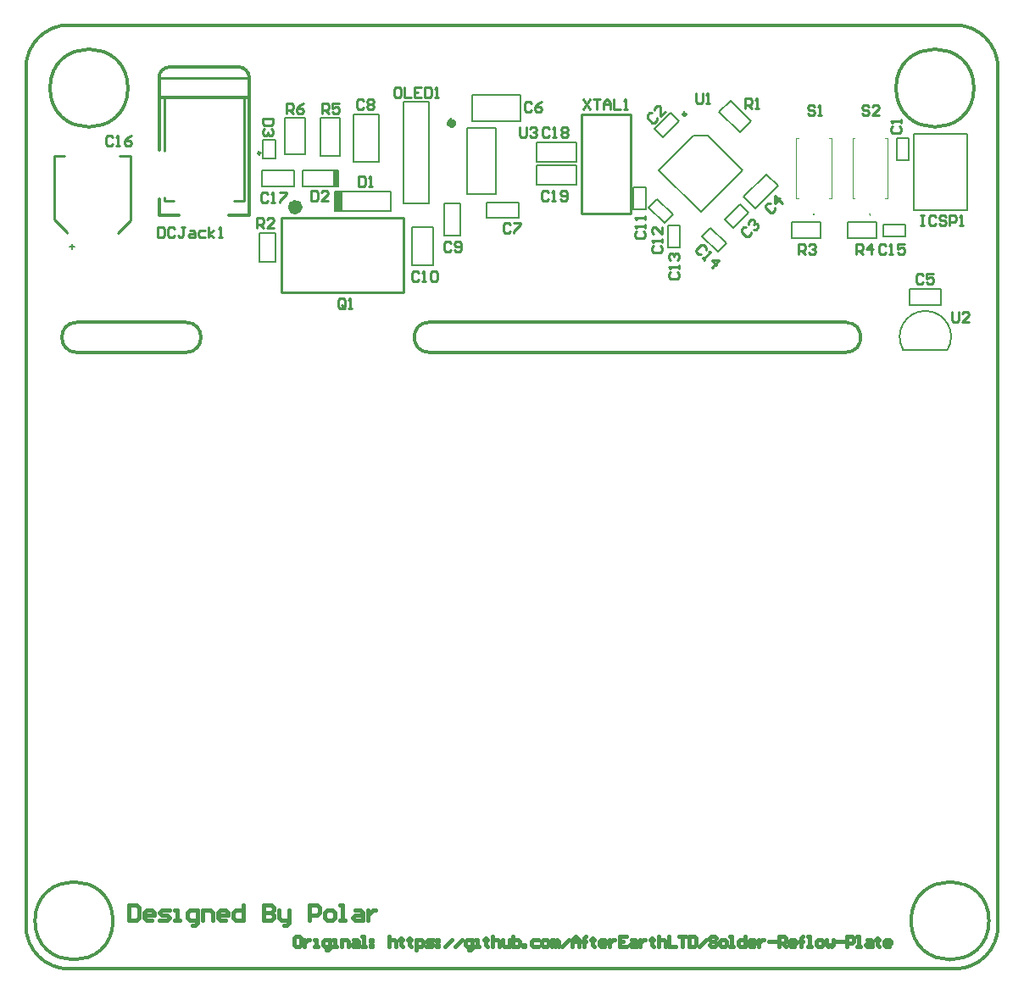
<source format=gto>
G04*
G04 #@! TF.GenerationSoftware,Altium Limited,Altium Designer,22.0.2 (36)*
G04*
G04 Layer_Color=65535*
%FSLAX25Y25*%
%MOIN*%
G70*
G04*
G04 #@! TF.SameCoordinates,F8844AE4-5711-4282-AF9D-DA4343363A06*
G04*
G04*
G04 #@! TF.FilePolarity,Positive*
G04*
G01*
G75*
%ADD10C,0.00787*%
%ADD11C,0.01181*%
%ADD12C,0.01200*%
%ADD13C,0.03000*%
%ADD14C,0.01000*%
%ADD15C,0.00394*%
%ADD16C,0.00600*%
%ADD17C,0.01500*%
%ADD18C,0.00500*%
%ADD19R,0.02756X0.07874*%
%ADD20R,0.01968X0.06299*%
D10*
X362339Y243394D02*
G03*
X345016Y243472I-8638J5274D01*
G01*
X309842Y296457D02*
G03*
X309842Y296850I0J197D01*
G01*
D02*
G03*
X309842Y296457I0J-197D01*
G01*
D02*
G03*
X309842Y296850I0J197D01*
G01*
X331890Y296457D02*
G03*
X331890Y296850I0J197D01*
G01*
D02*
G03*
X331890Y296457I0J-197D01*
G01*
D02*
G03*
X331890Y296850I0J197D01*
G01*
X344976Y243433D02*
X347024Y243354D01*
X344976Y243433D02*
X362299Y243354D01*
X347339Y261189D02*
Y267488D01*
Y261189D02*
X359937D01*
Y267488D01*
X347339D02*
X359937D01*
X357224Y328386D02*
X370079D01*
X349213D02*
X362224D01*
X349213Y298386D02*
X370079D01*
Y328386D01*
X349213Y298386D02*
Y328386D01*
X148543Y300984D02*
X158543D01*
X148543D02*
Y340984D01*
X158543Y300984D02*
Y340984D01*
X148543D02*
X158543D01*
X128740Y317323D02*
X138976D01*
X128740D02*
Y336220D01*
X138976D01*
Y317323D02*
Y336220D01*
X123622Y319685D02*
Y334646D01*
X115748D02*
X123622D01*
X115748Y319685D02*
Y334646D01*
Y319685D02*
X123622D01*
X101969Y320472D02*
X109843D01*
X101969D02*
Y334646D01*
X109843D01*
Y320472D02*
Y334646D01*
X151969Y276772D02*
X160236D01*
X151969D02*
Y291732D01*
X160236D01*
Y276772D02*
Y291732D01*
X164567Y301181D02*
X170866D01*
X164567Y288583D02*
Y301181D01*
Y288583D02*
X170866D01*
Y301181D01*
X93307Y318898D02*
X98032D01*
X93307D02*
Y325984D01*
X98032D01*
Y318898D02*
Y325984D01*
X105512Y307874D02*
Y314173D01*
X92913D02*
X105512D01*
X92913Y307874D02*
Y314173D01*
Y307874D02*
X105512D01*
X121653Y305906D02*
X143622D01*
Y298031D02*
Y305906D01*
X121653Y298031D02*
X143622D01*
X121653D02*
Y305906D01*
X108661Y307874D02*
X122835D01*
Y314173D01*
X108661D02*
X122835D01*
X108661Y307874D02*
Y314173D01*
X91732Y277953D02*
X98032Y277953D01*
X91732Y277953D02*
Y289370D01*
X98032D01*
Y277953D02*
Y289370D01*
X301181Y293701D02*
X301181Y287402D01*
X301181Y293701D02*
X312598D01*
Y287402D02*
Y293701D01*
X301181Y287402D02*
X312598D01*
X323228Y293701D02*
X323228Y287402D01*
X323228Y293701D02*
X334646D01*
Y287402D02*
Y293701D01*
X323228Y287402D02*
X334646D01*
X342520Y318110D02*
Y326772D01*
X347244D01*
X342520Y318110D02*
X347244D01*
Y326772D01*
X337008Y292913D02*
X345669D01*
Y288189D02*
Y292913D01*
X337008Y288189D02*
Y292913D01*
Y288189D02*
X345669D01*
X262473Y327800D02*
X268236D01*
X281863Y314173D01*
X265354Y297665D02*
X281863Y314173D01*
X248846D02*
X265354Y297665D01*
X248846Y314173D02*
X262473Y327800D01*
X291203Y312587D02*
X295658Y308133D01*
X282295Y303678D02*
X291203Y312587D01*
X282295Y303678D02*
X286749Y299224D01*
X295658Y308133D01*
X280689Y329030D02*
X285143Y333484D01*
X272616Y337103D02*
X280689Y329030D01*
X272616Y337103D02*
X277070Y341558D01*
X285143Y333484D01*
X238976Y298819D02*
Y307480D01*
X243701D01*
X238976Y298819D02*
X243701D01*
Y307480D01*
X244874Y299423D02*
X250998Y293299D01*
X244874Y299423D02*
X248214Y302764D01*
X250998Y293299D02*
X254339Y296639D01*
X248214Y302764D02*
X254339Y296639D01*
X250576Y327157D02*
X256701Y333282D01*
X247236Y330498D02*
X250576Y327157D01*
X253360Y336622D02*
X256701Y333282D01*
X247236Y330498D02*
X253360Y336622D01*
X274795Y294671D02*
X280920Y300796D01*
X284260Y297455D01*
X274795Y294671D02*
X278136Y291330D01*
X284260Y297455D01*
X265951Y288189D02*
X272075Y282064D01*
X265951Y288189D02*
X269291Y291530D01*
X272075Y282064D02*
X275416Y285405D01*
X269291Y291530D02*
X275416Y285405D01*
X200787Y308268D02*
Y316142D01*
X216535D01*
Y308268D02*
Y316142D01*
X200787Y308268D02*
X216535D01*
X200787Y317323D02*
Y325197D01*
X216535D01*
Y317323D02*
Y325197D01*
X200787Y317323D02*
X216535D01*
X194488Y333465D02*
Y343701D01*
X175591Y333465D02*
X194488D01*
X175591D02*
Y343701D01*
X194488D01*
X257087Y283858D02*
Y292520D01*
X252362Y283858D02*
X257087D01*
X252362Y292520D02*
X257087D01*
X252362Y283858D02*
Y292520D01*
X193701Y295276D02*
Y301575D01*
X181102D02*
X193701D01*
X181102Y295276D02*
Y301575D01*
Y295276D02*
X193701D01*
D11*
X372794Y346457D02*
G03*
X372794Y346457I-15314J0D01*
G01*
X40117D02*
G03*
X40117Y346457I-15314J0D01*
G01*
X34212Y18898D02*
G03*
X34212Y18898I-15314J0D01*
G01*
X378700D02*
G03*
X378700Y18898I-15314J0D01*
G01*
X92126Y320866D02*
G03*
X92126Y320866I-394J0D01*
G01*
X259508Y336166D02*
G03*
X259508Y336166I-557J0D01*
G01*
X322393Y242520D02*
G03*
X322393Y254331I0J5906D01*
G01*
X158614D02*
G03*
X158614Y242520I0J-5906D01*
G01*
X20031Y254331D02*
G03*
X20031Y242520I0J-5906D01*
G01*
X62944D02*
G03*
X62944Y254331I0J5906D01*
G01*
X0Y16929D02*
G03*
X16929Y0I16929J0D01*
G01*
X365354D02*
G03*
X382283Y16929I0J16929D01*
G01*
Y354331D02*
G03*
X365354Y371260I-16929J0D01*
G01*
X16929D02*
G03*
X0Y354331I0J-16929D01*
G01*
X158614Y254331D02*
X321999D01*
X158614Y242520D02*
X321999D01*
X20031D02*
X62944D01*
X20031Y254331D02*
X62944D01*
X0Y16929D02*
Y354331D01*
X16929Y0D02*
X365354D01*
X382283Y16929D02*
Y354331D01*
X16929Y371260D02*
X365354D01*
D12*
X56496Y354732D02*
G03*
X52362Y350598I0J-4134D01*
G01*
X87795D02*
G03*
X83661Y354732I-4134J-0D01*
G01*
X52379Y296487D02*
X60279D01*
X79879D02*
X87779D01*
X52379Y322087D02*
Y342687D01*
Y296487D02*
Y302787D01*
X56479Y354687D02*
X83679D01*
X52379Y342687D02*
X54379D01*
X58079D01*
X58479D02*
X87779D01*
X52379D02*
Y350587D01*
X87779Y296487D02*
Y342687D01*
Y350587D01*
D13*
X167823Y332677D02*
G03*
X167823Y332677I-500J0D01*
G01*
X107325Y299606D02*
G03*
X107325Y299606I-1419J0D01*
G01*
D14*
X36802Y319596D02*
X41128D01*
X11128D02*
X15148D01*
X11128Y294596D02*
Y319596D01*
X41128Y294596D02*
Y319596D01*
X36128Y289586D02*
X41128Y294586D01*
X16128Y289586D02*
Y289596D01*
X11128Y294596D02*
X16128Y289596D01*
X54379Y301987D02*
Y303287D01*
Y321687D02*
Y342687D01*
Y301987D02*
X58279D01*
X81879D02*
X85779D01*
X52379Y350587D02*
X87779D01*
X85779Y301987D02*
Y342687D01*
X100394Y266142D02*
Y295276D01*
X148425Y266142D02*
Y295276D01*
X100394Y266142D02*
X148425D01*
X100394Y295276D02*
X148425D01*
X100394Y266142D02*
Y295276D01*
X148425Y266142D02*
Y295276D01*
X100394Y266142D02*
X148425D01*
X100394Y295276D02*
X148425D01*
X237846Y297181D02*
Y336181D01*
X218347Y297181D02*
X237846D01*
X218347D02*
Y336181D01*
X237846D01*
X90762Y291381D02*
Y295380D01*
X92762D01*
X93428Y294714D01*
Y293381D01*
X92762Y292714D01*
X90762D01*
X92095D02*
X93428Y291381D01*
X97427D02*
X94761D01*
X97427Y294047D01*
Y294714D01*
X96760Y295380D01*
X95427D01*
X94761Y294714D01*
X352971Y272672D02*
X352305Y273338D01*
X350972D01*
X350306Y272672D01*
Y270006D01*
X350972Y269339D01*
X352305D01*
X352971Y270006D01*
X356970Y273338D02*
X354304D01*
Y271339D01*
X355637Y272005D01*
X356304D01*
X356970Y271339D01*
Y270006D01*
X356304Y269339D01*
X354971D01*
X354304Y270006D01*
X351906Y296487D02*
X353239D01*
X352572D01*
Y292489D01*
X351906D01*
X353239D01*
X357904Y295821D02*
X357237Y296487D01*
X355904D01*
X355238Y295821D01*
Y293155D01*
X355904Y292489D01*
X357237D01*
X357904Y293155D01*
X361902Y295821D02*
X361236Y296487D01*
X359903D01*
X359237Y295821D01*
Y295155D01*
X359903Y294488D01*
X361236D01*
X361902Y293822D01*
Y293155D01*
X361236Y292489D01*
X359903D01*
X359237Y293155D01*
X363235Y292489D02*
Y296487D01*
X365235D01*
X365901Y295821D01*
Y294488D01*
X365235Y293822D01*
X363235D01*
X367234Y292489D02*
X368567D01*
X367900D01*
Y296487D01*
X367234Y295821D01*
X34031Y327184D02*
X33365Y327850D01*
X32032D01*
X31365Y327184D01*
Y324518D01*
X32032Y323851D01*
X33365D01*
X34031Y324518D01*
X35364Y323851D02*
X36697D01*
X36031D01*
Y327850D01*
X35364Y327184D01*
X41362Y327850D02*
X40029Y327184D01*
X38696Y325851D01*
Y324518D01*
X39363Y323851D01*
X40696D01*
X41362Y324518D01*
Y325184D01*
X40696Y325851D01*
X38696D01*
X51904Y291763D02*
Y287764D01*
X53904D01*
X54570Y288431D01*
Y291097D01*
X53904Y291763D01*
X51904D01*
X58569Y291097D02*
X57902Y291763D01*
X56569D01*
X55903Y291097D01*
Y288431D01*
X56569Y287764D01*
X57902D01*
X58569Y288431D01*
X62568Y291763D02*
X61235D01*
X61901D01*
Y288431D01*
X61235Y287764D01*
X60568D01*
X59902Y288431D01*
X64567Y290430D02*
X65900D01*
X66566Y289764D01*
Y287764D01*
X64567D01*
X63901Y288431D01*
X64567Y289097D01*
X66566D01*
X70565Y290430D02*
X68566D01*
X67899Y289764D01*
Y288431D01*
X68566Y287764D01*
X70565D01*
X71898D02*
Y291763D01*
Y289097D02*
X73897Y290430D01*
X71898Y289097D02*
X73897Y287764D01*
X75897D02*
X77229D01*
X76563D01*
Y291763D01*
X75897Y291097D01*
X310236Y339128D02*
X309570Y339795D01*
X308237D01*
X307570Y339128D01*
Y338462D01*
X308237Y337795D01*
X309570D01*
X310236Y337129D01*
Y336462D01*
X309570Y335796D01*
X308237D01*
X307570Y336462D01*
X311569Y335796D02*
X312902D01*
X312236D01*
Y339795D01*
X311569Y339128D01*
X331617D02*
X330951Y339795D01*
X329618D01*
X328951Y339128D01*
Y338462D01*
X329618Y337795D01*
X330951D01*
X331617Y337129D01*
Y336462D01*
X330951Y335796D01*
X329618D01*
X328951Y336462D01*
X335616Y335796D02*
X332950D01*
X335616Y338462D01*
Y339128D01*
X334949Y339795D01*
X333616D01*
X332950Y339128D01*
X364305Y258338D02*
Y255006D01*
X364972Y254339D01*
X366305D01*
X366971Y255006D01*
Y258338D01*
X370970Y254339D02*
X368304D01*
X370970Y257005D01*
Y257671D01*
X370304Y258338D01*
X368971D01*
X368304Y257671D01*
X146879Y346881D02*
X145546D01*
X144879Y346215D01*
Y343549D01*
X145546Y342882D01*
X146879D01*
X147545Y343549D01*
Y346215D01*
X146879Y346881D01*
X148878D02*
Y342882D01*
X151544D01*
X155543Y346881D02*
X152877D01*
Y342882D01*
X155543D01*
X152877Y344882D02*
X154210D01*
X156876Y346881D02*
Y342882D01*
X158875D01*
X159541Y343549D01*
Y346215D01*
X158875Y346881D01*
X156876D01*
X160874Y342882D02*
X162207D01*
X161541D01*
Y346881D01*
X160874Y346215D01*
X132798Y341490D02*
X132132Y342157D01*
X130799D01*
X130132Y341490D01*
Y338825D01*
X130799Y338158D01*
X132132D01*
X132798Y338825D01*
X134131Y341490D02*
X134798Y342157D01*
X136130D01*
X136797Y341490D01*
Y340824D01*
X136130Y340158D01*
X136797Y339491D01*
Y338825D01*
X136130Y338158D01*
X134798D01*
X134131Y338825D01*
Y339491D01*
X134798Y340158D01*
X134131Y340824D01*
Y341490D01*
X134798Y340158D02*
X136130D01*
X116353Y336583D02*
Y340582D01*
X118352D01*
X119019Y339916D01*
Y338583D01*
X118352Y337916D01*
X116353D01*
X117686D02*
X119019Y336583D01*
X123017Y340582D02*
X120352D01*
Y338583D01*
X121684Y339249D01*
X122351D01*
X123017Y338583D01*
Y337250D01*
X122351Y336583D01*
X121018D01*
X120352Y337250D01*
X102573Y336583D02*
Y340582D01*
X104573D01*
X105239Y339916D01*
Y338583D01*
X104573Y337916D01*
X102573D01*
X103906D02*
X105239Y336583D01*
X109238Y340582D02*
X107905Y339916D01*
X106572Y338583D01*
Y337250D01*
X107238Y336583D01*
X108571D01*
X109238Y337250D01*
Y337916D01*
X108571Y338583D01*
X106572D01*
X194306Y331133D02*
Y327801D01*
X194972Y327134D01*
X196305D01*
X196971Y327801D01*
Y331133D01*
X198304Y330467D02*
X198971Y331133D01*
X200304D01*
X200970Y330467D01*
Y329800D01*
X200304Y329134D01*
X199637D01*
X200304D01*
X200970Y328467D01*
Y327801D01*
X200304Y327134D01*
X198971D01*
X198304Y327801D01*
X154360Y273774D02*
X153694Y274440D01*
X152361D01*
X151695Y273774D01*
Y271108D01*
X152361Y270442D01*
X153694D01*
X154360Y271108D01*
X155693Y270442D02*
X157026D01*
X156360D01*
Y274440D01*
X155693Y273774D01*
X159026D02*
X159692Y274440D01*
X161025D01*
X161691Y273774D01*
Y271108D01*
X161025Y270442D01*
X159692D01*
X159026Y271108D01*
Y273774D01*
X167050Y285585D02*
X166384Y286251D01*
X165051D01*
X164384Y285585D01*
Y282919D01*
X165051Y282253D01*
X166384D01*
X167050Y282919D01*
X168383D02*
X169049Y282253D01*
X170382D01*
X171049Y282919D01*
Y285585D01*
X170382Y286251D01*
X169049D01*
X168383Y285585D01*
Y284918D01*
X169049Y284252D01*
X171049D01*
X97275Y334435D02*
X93276D01*
Y332435D01*
X93943Y331769D01*
X96609D01*
X97275Y332435D01*
Y334435D01*
X96609Y330436D02*
X97275Y329769D01*
Y328436D01*
X96609Y327770D01*
X95942D01*
X95276Y328436D01*
Y329103D01*
Y328436D01*
X94609Y327770D01*
X93943D01*
X93276Y328436D01*
Y329769D01*
X93943Y330436D01*
X95305Y304876D02*
X94639Y305543D01*
X93306D01*
X92639Y304876D01*
Y302210D01*
X93306Y301544D01*
X94639D01*
X95305Y302210D01*
X96638Y301544D02*
X97971D01*
X97305D01*
Y305543D01*
X96638Y304876D01*
X99970Y305543D02*
X102636D01*
Y304876D01*
X99970Y302210D01*
Y301544D01*
X125559Y260478D02*
Y263144D01*
X124892Y263810D01*
X123560D01*
X122893Y263144D01*
Y260478D01*
X123560Y259812D01*
X124892D01*
X124226Y261144D02*
X125559Y259812D01*
X124892D02*
X125559Y260478D01*
X126892Y259812D02*
X128225D01*
X127558D01*
Y263810D01*
X126892Y263144D01*
X130799Y311842D02*
Y307843D01*
X132798D01*
X133465Y308510D01*
Y311175D01*
X132798Y311842D01*
X130799D01*
X134798Y307843D02*
X136130D01*
X135464D01*
Y311842D01*
X134798Y311175D01*
X112022Y305936D02*
Y301938D01*
X114021D01*
X114688Y302604D01*
Y305270D01*
X114021Y305936D01*
X112022D01*
X118687Y301938D02*
X116021D01*
X118687Y304603D01*
Y305270D01*
X118020Y305936D01*
X116687D01*
X116021Y305270D01*
X303754Y281071D02*
Y285070D01*
X305754D01*
X306420Y284404D01*
Y283071D01*
X305754Y282404D01*
X303754D01*
X305087D02*
X306420Y281071D01*
X307753Y284404D02*
X308419Y285070D01*
X309752D01*
X310419Y284404D01*
Y283737D01*
X309752Y283071D01*
X309086D01*
X309752D01*
X310419Y282404D01*
Y281738D01*
X309752Y281071D01*
X308419D01*
X307753Y281738D01*
X326589Y281071D02*
Y285070D01*
X328588D01*
X329255Y284404D01*
Y283071D01*
X328588Y282404D01*
X326589D01*
X327922D02*
X329255Y281071D01*
X332587D02*
Y285070D01*
X330588Y283071D01*
X333254D01*
X340793Y331496D02*
X340127Y330830D01*
Y329497D01*
X340793Y328830D01*
X343459D01*
X344125Y329497D01*
Y330830D01*
X343459Y331496D01*
X344125Y332829D02*
Y334162D01*
Y333495D01*
X340127D01*
X340793Y332829D01*
X338219Y284404D02*
X337552Y285070D01*
X336219D01*
X335553Y284404D01*
Y281738D01*
X336219Y281071D01*
X337552D01*
X338219Y281738D01*
X339551Y281071D02*
X340884D01*
X340218D01*
Y285070D01*
X339551Y284404D01*
X345550Y285070D02*
X342884D01*
Y283071D01*
X344217Y283737D01*
X344883D01*
X345550Y283071D01*
Y281738D01*
X344883Y281071D01*
X343550D01*
X342884Y281738D01*
X263476Y344519D02*
Y341187D01*
X264142Y340520D01*
X265475D01*
X266142Y341187D01*
Y344519D01*
X267475Y340520D02*
X268808D01*
X268141D01*
Y344519D01*
X267475Y343853D01*
X292681Y301259D02*
X291738D01*
X290796Y300316D01*
Y299374D01*
X292681Y297489D01*
X293623D01*
X294566Y298431D01*
Y299374D01*
X297393Y301259D02*
X294566Y304086D01*
X294566Y301259D01*
X296451Y303144D01*
X282767Y338552D02*
Y342550D01*
X284767D01*
X285433Y341884D01*
Y340551D01*
X284767Y339885D01*
X282767D01*
X284100D02*
X285433Y338552D01*
X286766D02*
X288099D01*
X287432D01*
Y342550D01*
X286766Y341884D01*
X240006Y290066D02*
X239339Y289400D01*
Y288067D01*
X240006Y287400D01*
X242671D01*
X243338Y288067D01*
Y289400D01*
X242671Y290066D01*
X243338Y291399D02*
Y292732D01*
Y292066D01*
X239339D01*
X240006Y291399D01*
X243338Y294731D02*
Y296064D01*
Y295398D01*
X239339D01*
X240006Y294731D01*
X246699Y284282D02*
X246032Y283615D01*
Y282282D01*
X246699Y281616D01*
X249364D01*
X250031Y282282D01*
Y283615D01*
X249364Y284282D01*
X250031Y285614D02*
Y286947D01*
Y286281D01*
X246032D01*
X246699Y285614D01*
X250031Y291613D02*
Y288947D01*
X247365Y291613D01*
X246699D01*
X246032Y290946D01*
Y289613D01*
X246699Y288947D01*
X246224Y336692D02*
X245282D01*
X244339Y335749D01*
Y334807D01*
X246224Y332922D01*
X247166D01*
X248109Y333864D01*
Y334807D01*
X251408Y337163D02*
X249523Y335278D01*
Y339048D01*
X249051Y339519D01*
X248109D01*
X247166Y338577D01*
Y337634D01*
X219302Y342005D02*
X221968Y338006D01*
Y342005D02*
X219302Y338006D01*
X223301Y342005D02*
X225967D01*
X224634D01*
Y338006D01*
X227300D02*
Y340672D01*
X228633Y342005D01*
X229965Y340672D01*
Y338006D01*
Y340005D01*
X227300D01*
X231298Y342005D02*
Y338006D01*
X233964D01*
X235297D02*
X236630D01*
X235964D01*
Y342005D01*
X235297Y341338D01*
X283232Y291810D02*
X282289D01*
X281347Y290867D01*
Y289925D01*
X283232Y288040D01*
X284174D01*
X285117Y288982D01*
Y289925D01*
X284174Y292752D02*
Y293695D01*
X285117Y294637D01*
X286059D01*
X286531Y294166D01*
Y293224D01*
X286059Y292752D01*
X286531Y293224D01*
X287473D01*
X287944Y292752D01*
Y291810D01*
X287002Y290867D01*
X286059D01*
X267403Y282907D02*
Y283849D01*
X266461Y284792D01*
X265518D01*
X263633Y282907D01*
Y281964D01*
X264576Y281022D01*
X265518D01*
X265990Y279608D02*
X266932Y278665D01*
X266461Y279137D01*
X269288Y281964D01*
X268346D01*
X269760Y275838D02*
X272587Y278665D01*
X269760D01*
X271645Y276781D01*
X205541Y305270D02*
X204875Y305936D01*
X203542D01*
X202876Y305270D01*
Y302604D01*
X203542Y301938D01*
X204875D01*
X205541Y302604D01*
X206874Y301938D02*
X208207D01*
X207541D01*
Y305936D01*
X206874Y305270D01*
X210207Y302604D02*
X210873Y301938D01*
X212206D01*
X212872Y302604D01*
Y305270D01*
X212206Y305936D01*
X210873D01*
X210207Y305270D01*
Y304604D01*
X210873Y303937D01*
X212872D01*
X205935Y330467D02*
X205269Y331133D01*
X203936D01*
X203269Y330467D01*
Y327801D01*
X203936Y327134D01*
X205269D01*
X205935Y327801D01*
X207268Y327134D02*
X208601D01*
X207934D01*
Y331133D01*
X207268Y330467D01*
X210600D02*
X211267Y331133D01*
X212600D01*
X213266Y330467D01*
Y329800D01*
X212600Y329134D01*
X213266Y328467D01*
Y327801D01*
X212600Y327134D01*
X211267D01*
X210600Y327801D01*
Y328467D01*
X211267Y329134D01*
X210600Y329800D01*
Y330467D01*
X211267Y329134D02*
X212600D01*
X198940Y340309D02*
X198273Y340976D01*
X196941D01*
X196274Y340309D01*
Y337644D01*
X196941Y336977D01*
X198273D01*
X198940Y337644D01*
X202939Y340976D02*
X201606Y340309D01*
X200273Y338976D01*
Y337644D01*
X200939Y336977D01*
X202272D01*
X202939Y337644D01*
Y338310D01*
X202272Y338976D01*
X200273D01*
X253392Y274045D02*
X252725Y273379D01*
Y272046D01*
X253392Y271380D01*
X256057D01*
X256724Y272046D01*
Y273379D01*
X256057Y274045D01*
X256724Y275378D02*
Y276711D01*
Y276045D01*
X252725D01*
X253392Y275378D01*
Y278711D02*
X252725Y279377D01*
Y280710D01*
X253392Y281376D01*
X254058D01*
X254724Y280710D01*
Y280043D01*
Y280710D01*
X255391Y281376D01*
X256057D01*
X256724Y280710D01*
Y279377D01*
X256057Y278711D01*
X190361Y292624D02*
X189695Y293290D01*
X188362D01*
X187695Y292624D01*
Y289958D01*
X188362Y289292D01*
X189695D01*
X190361Y289958D01*
X191694Y293290D02*
X194360D01*
Y292624D01*
X191694Y289958D01*
Y289292D01*
D15*
X315748Y303150D02*
X316732D01*
X315748D02*
X316732D01*
Y326772D01*
Y303150D02*
Y326772D01*
X315748D02*
X316732D01*
X315748D02*
X316732D01*
X302953D02*
X303937D01*
X302953D02*
X303937D01*
X302953Y303150D02*
Y326772D01*
Y303150D02*
Y326772D01*
Y303150D02*
X303937D01*
X302953D02*
X303937D01*
X337795D02*
X338779D01*
X337795D02*
X338779D01*
Y326772D01*
Y303150D02*
Y326772D01*
X337795D02*
X338779D01*
X337795D02*
X338779D01*
X325000D02*
X325984D01*
X325000D02*
X325984D01*
X325000Y303150D02*
Y326772D01*
Y303150D02*
Y326772D01*
Y303150D02*
X325984D01*
X325000D02*
X325984D01*
D16*
X173341Y330812D02*
X184927D01*
X173341Y304621D02*
Y330812D01*
Y304621D02*
X184927D01*
Y330812D01*
D17*
X40516Y25099D02*
Y19101D01*
X43515D01*
X44514Y20100D01*
Y24099D01*
X43515Y25099D01*
X40516D01*
X49513Y19101D02*
X47513D01*
X46514Y20100D01*
Y22100D01*
X47513Y23099D01*
X49513D01*
X50512Y22100D01*
Y21100D01*
X46514D01*
X52512Y19101D02*
X55511D01*
X56511Y20100D01*
X55511Y21100D01*
X53512D01*
X52512Y22100D01*
X53512Y23099D01*
X56511D01*
X58510Y19101D02*
X60509D01*
X59510D01*
Y23099D01*
X58510D01*
X65508Y17101D02*
X66507D01*
X67507Y18101D01*
Y23099D01*
X64508D01*
X63508Y22100D01*
Y20100D01*
X64508Y19101D01*
X67507D01*
X69506D02*
Y23099D01*
X72505D01*
X73505Y22100D01*
Y19101D01*
X78503D02*
X76504D01*
X75504Y20100D01*
Y22100D01*
X76504Y23099D01*
X78503D01*
X79503Y22100D01*
Y21100D01*
X75504D01*
X85501Y25099D02*
Y19101D01*
X82502D01*
X81502Y20100D01*
Y22100D01*
X82502Y23099D01*
X85501D01*
X93499Y25099D02*
Y19101D01*
X96498D01*
X97497Y20100D01*
Y21100D01*
X96498Y22100D01*
X93499D01*
X96498D01*
X97497Y23099D01*
Y24099D01*
X96498Y25099D01*
X93499D01*
X99497Y23099D02*
Y20100D01*
X100496Y19101D01*
X103495D01*
Y18101D01*
X102496Y17101D01*
X101496D01*
X103495Y19101D02*
Y23099D01*
X111493Y19101D02*
Y25099D01*
X114492D01*
X115491Y24099D01*
Y22100D01*
X114492Y21100D01*
X111493D01*
X118491Y19101D02*
X120490D01*
X121490Y20100D01*
Y22100D01*
X120490Y23099D01*
X118491D01*
X117491Y22100D01*
Y20100D01*
X118491Y19101D01*
X123489D02*
X125488D01*
X124488D01*
Y25099D01*
X123489D01*
X129487Y23099D02*
X131486D01*
X132486Y22100D01*
Y19101D01*
X129487D01*
X128487Y20100D01*
X129487Y21100D01*
X132486D01*
X134485Y23099D02*
Y19101D01*
Y21100D01*
X135485Y22100D01*
X136485Y23099D01*
X137484D01*
X107404Y12766D02*
X106071D01*
X105404Y12099D01*
Y9433D01*
X106071Y8767D01*
X107404D01*
X108070Y9433D01*
Y12099D01*
X107404Y12766D01*
X109403Y11433D02*
Y8767D01*
Y10100D01*
X110070Y10767D01*
X110736Y11433D01*
X111403D01*
X113402Y8767D02*
X114735D01*
X114068D01*
Y11433D01*
X113402D01*
X118067Y7434D02*
X118734D01*
X119400Y8101D01*
Y11433D01*
X117401D01*
X116734Y10767D01*
Y9433D01*
X117401Y8767D01*
X119400D01*
X120733D02*
X122066D01*
X121399D01*
Y11433D01*
X120733D01*
X124065Y8767D02*
Y11433D01*
X126065D01*
X126731Y10767D01*
Y8767D01*
X128730Y11433D02*
X130063D01*
X130730Y10767D01*
Y8767D01*
X128730D01*
X128064Y9433D01*
X128730Y10100D01*
X130730D01*
X132063Y8767D02*
X133396D01*
X132729D01*
Y12766D01*
X132063D01*
X135395Y11433D02*
X136061D01*
Y10767D01*
X135395D01*
Y11433D01*
Y9433D02*
X136061D01*
Y8767D01*
X135395D01*
Y9433D01*
X142726Y12766D02*
Y8767D01*
Y10767D01*
X143392Y11433D01*
X144725D01*
X145392Y10767D01*
Y8767D01*
X147391Y12099D02*
Y11433D01*
X146724D01*
X148057D01*
X147391D01*
Y9433D01*
X148057Y8767D01*
X150723Y12099D02*
Y11433D01*
X150057D01*
X151390D01*
X150723D01*
Y9433D01*
X151390Y8767D01*
X153389Y7434D02*
Y11433D01*
X155388D01*
X156055Y10767D01*
Y9433D01*
X155388Y8767D01*
X153389D01*
X157388D02*
X159387D01*
X160054Y9433D01*
X159387Y10100D01*
X158054D01*
X157388Y10767D01*
X158054Y11433D01*
X160054D01*
X161386D02*
X162053D01*
Y10767D01*
X161386D01*
Y11433D01*
Y9433D02*
X162053D01*
Y8767D01*
X161386D01*
Y9433D01*
X164719Y8767D02*
X167385Y11433D01*
X168717Y8767D02*
X171383Y11433D01*
X174049Y7434D02*
X174715D01*
X175382Y8101D01*
Y11433D01*
X173383D01*
X172716Y10767D01*
Y9433D01*
X173383Y8767D01*
X175382D01*
X176715D02*
X178048D01*
X177381D01*
Y11433D01*
X176715D01*
X180714Y12099D02*
Y11433D01*
X180047D01*
X181380D01*
X180714D01*
Y9433D01*
X181380Y8767D01*
X183379Y12766D02*
Y8767D01*
Y10767D01*
X184046Y11433D01*
X185379D01*
X186045Y10767D01*
Y8767D01*
X187378Y11433D02*
Y9433D01*
X188045Y8767D01*
X190044D01*
Y11433D01*
X191377Y12766D02*
Y8767D01*
X193376D01*
X194043Y9433D01*
Y10100D01*
Y10767D01*
X193376Y11433D01*
X191377D01*
X195376Y8767D02*
Y9433D01*
X196042D01*
Y8767D01*
X195376D01*
X201374Y11433D02*
X199374D01*
X198708Y10767D01*
Y9433D01*
X199374Y8767D01*
X201374D01*
X203373D02*
X204706D01*
X205372Y9433D01*
Y10767D01*
X204706Y11433D01*
X203373D01*
X202707Y10767D01*
Y9433D01*
X203373Y8767D01*
X206705D02*
Y11433D01*
X207372D01*
X208038Y10767D01*
Y8767D01*
Y10767D01*
X208704Y11433D01*
X209371Y10767D01*
Y8767D01*
X210704D02*
X213370Y11433D01*
X214703Y8767D02*
Y11433D01*
X216036Y12766D01*
X217368Y11433D01*
Y8767D01*
Y10767D01*
X214703D01*
X219368Y8767D02*
Y12099D01*
Y10767D01*
X218701D01*
X220034D01*
X219368D01*
Y12099D01*
X220034Y12766D01*
X222700Y12099D02*
Y11433D01*
X222034D01*
X223366D01*
X222700D01*
Y9433D01*
X223366Y8767D01*
X227365D02*
X226032D01*
X225366Y9433D01*
Y10767D01*
X226032Y11433D01*
X227365D01*
X228032Y10767D01*
Y10100D01*
X225366D01*
X229364Y11433D02*
Y8767D01*
Y10100D01*
X230031Y10767D01*
X230697Y11433D01*
X231364D01*
X236029Y12766D02*
X233363D01*
Y8767D01*
X236029D01*
X233363Y10767D02*
X234696D01*
X238028Y11433D02*
X239361D01*
X240028Y10767D01*
Y8767D01*
X238028D01*
X237362Y9433D01*
X238028Y10100D01*
X240028D01*
X241361Y11433D02*
Y8767D01*
Y10100D01*
X242027Y10767D01*
X242694Y11433D01*
X243360D01*
X246026Y12099D02*
Y11433D01*
X245359D01*
X246692D01*
X246026D01*
Y9433D01*
X246692Y8767D01*
X248692Y12766D02*
Y8767D01*
Y10767D01*
X249358Y11433D01*
X250691D01*
X251357Y10767D01*
Y8767D01*
X252690Y12766D02*
Y8767D01*
X255356D01*
X256689Y12766D02*
X259355D01*
X258022D01*
Y8767D01*
X260688Y12766D02*
Y8767D01*
X262687D01*
X263354Y9433D01*
Y12099D01*
X262687Y12766D01*
X260688D01*
X264686Y8767D02*
X267352Y11433D01*
X271351Y12099D02*
X270685Y12766D01*
X269352D01*
X268685Y12099D01*
Y11433D01*
X269352Y10767D01*
X270685D01*
X271351Y10100D01*
Y9433D01*
X270685Y8767D01*
X269352D01*
X268685Y9433D01*
X273350Y8767D02*
X274683D01*
X275350Y9433D01*
Y10767D01*
X274683Y11433D01*
X273350D01*
X272684Y10767D01*
Y9433D01*
X273350Y8767D01*
X276683D02*
X278015D01*
X277349D01*
Y12766D01*
X276683D01*
X282681D02*
Y8767D01*
X280681D01*
X280015Y9433D01*
Y10767D01*
X280681Y11433D01*
X282681D01*
X286013Y8767D02*
X284680D01*
X284014Y9433D01*
Y10767D01*
X284680Y11433D01*
X286013D01*
X286679Y10767D01*
Y10100D01*
X284014D01*
X288012Y11433D02*
Y8767D01*
Y10100D01*
X288679Y10767D01*
X289345Y11433D01*
X290012D01*
X292011Y10767D02*
X294677D01*
X296010Y8767D02*
Y12766D01*
X298009D01*
X298675Y12099D01*
Y10767D01*
X298009Y10100D01*
X296010D01*
X297343D02*
X298675Y8767D01*
X302008D02*
X300675D01*
X300008Y9433D01*
Y10767D01*
X300675Y11433D01*
X302008D01*
X302674Y10767D01*
Y10100D01*
X300008D01*
X304674Y8767D02*
Y12099D01*
Y10767D01*
X304007D01*
X305340D01*
X304674D01*
Y12099D01*
X305340Y12766D01*
X307339Y8767D02*
X308672D01*
X308006D01*
Y12766D01*
X307339D01*
X311338Y8767D02*
X312671D01*
X313337Y9433D01*
Y10767D01*
X312671Y11433D01*
X311338D01*
X310672Y10767D01*
Y9433D01*
X311338Y8767D01*
X314670Y11433D02*
Y9433D01*
X315337Y8767D01*
X316003Y9433D01*
X316670Y8767D01*
X317336Y9433D01*
Y11433D01*
X318669Y10767D02*
X321335D01*
X322668Y8767D02*
Y12766D01*
X324667D01*
X325334Y12099D01*
Y10767D01*
X324667Y10100D01*
X322668D01*
X326666Y8767D02*
X327999D01*
X327333D01*
Y12766D01*
X326666D01*
X330665Y11433D02*
X331998D01*
X332664Y10767D01*
Y8767D01*
X330665D01*
X329999Y9433D01*
X330665Y10100D01*
X332664D01*
X334664Y12099D02*
Y11433D01*
X333997D01*
X335330D01*
X334664D01*
Y9433D01*
X335330Y8767D01*
X339329D02*
X337996D01*
X337330Y9433D01*
Y10767D01*
X337996Y11433D01*
X339329D01*
X339996Y10767D01*
Y10100D01*
X337330D01*
D18*
X18228Y283087D02*
Y285086D01*
X17228Y284086D02*
X19227D01*
D19*
X123031Y301970D02*
D03*
D20*
X121850Y311024D02*
D03*
M02*

</source>
